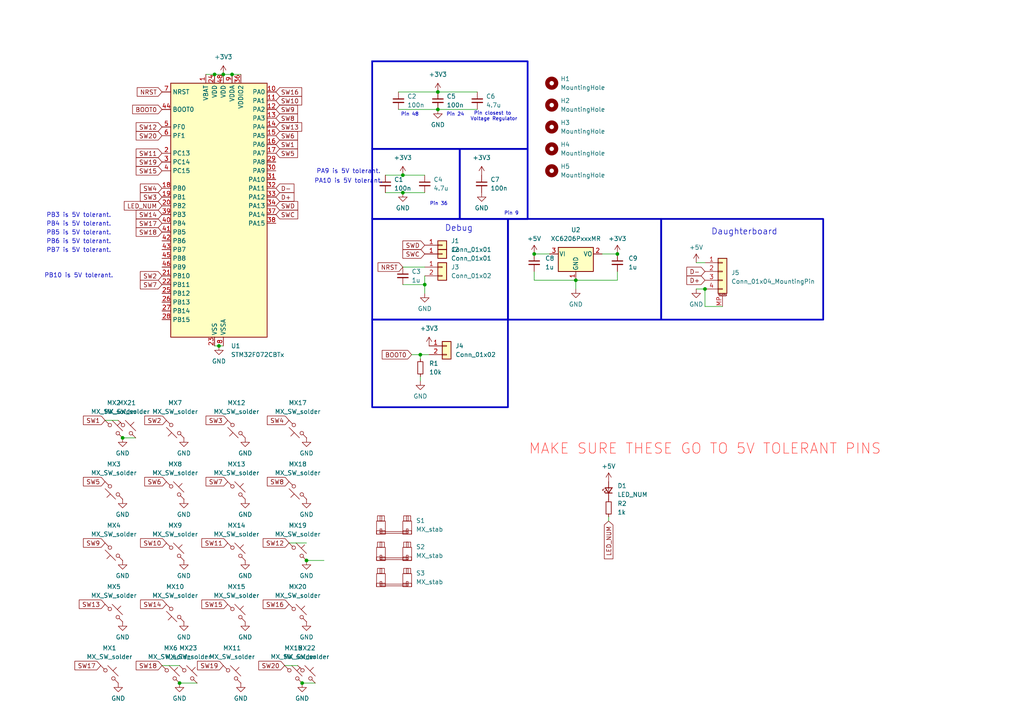
<source format=kicad_sch>
(kicad_sch (version 20231120) (generator "eeschema") (generator_version "8.0")
  (paper "A4")
  (lib_symbols
    (symbol "Connector_Generic:Conn_01x01" (pin_names (offset 1.016) hide)
      (property "Reference" "J" (at 0 2.54 0))
      (property "Value" "Conn_01x01" (at 0 -2.54 0))
      (symbol "Conn_01x01_1_1"
        (rectangle (start -1.27 0.127) (end 0 -0.127) (stroke (width 0.1524)))
        (rectangle (start -1.27 1.27) (end 1.27 -1.27) (stroke (width 0.254)) (fill (type background)))
        (pin passive line (at -5.08 0 0) (length 3.81) (name "Pin_1") (number "1"))
      )
    )
    (symbol "Connector_Generic:Conn_01x02" (pin_names (offset 1.016) hide)
      (property "Reference" "J" (at 0 2.54 0))
      (property "Value" "Conn_01x02" (at 0 -5.08 0))
      (symbol "Conn_01x02_1_1"
        (rectangle (start -1.27 -2.413) (end 0 -2.667) (stroke (width 0.1524)))
        (rectangle (start -1.27 0.127) (end 0 -0.127) (stroke (width 0.1524)))
        (rectangle (start -1.27 1.27) (end 1.27 -3.81) (stroke (width 0.254)) (fill (type background)))
        (pin passive line (at -5.08 0 0) (length 3.81) (name "Pin_1") (number "1"))
        (pin passive line (at -5.08 -2.54 0) (length 3.81) (name "Pin_2") (number "2"))
      )
    )
    (symbol "Connector_Generic_MountingPin:Conn_01x04_MountingPin" (pin_names (offset 1.016) hide)
      (property "Reference" "J" (at 0 5.08 0))
      (property "Value" "Conn_01x04_MountingPin" (at 1.27 -7.62 0))
      (symbol "Conn_01x04_MountingPin_1_1"
        (rectangle (start -1.27 -4.953) (end 0 -5.207) (stroke (width 0.1524)))
        (rectangle (start -1.27 -2.413) (end 0 -2.667) (stroke (width 0.1524)))
        (rectangle (start -1.27 0.127) (end 0 -0.127) (stroke (width 0.1524)))
        (rectangle (start -1.27 2.667) (end 0 2.413) (stroke (width 0.1524)))
        (rectangle (start -1.27 3.81) (end 1.27 -6.35) (stroke (width 0.254)) (fill (type background)))
        (polyline (pts (xy -1.016 -7.112) (xy 1.016 -7.112)) (stroke (width 0.1524)))
        (text "Mounting" (at 0 -6.731 0) (effects (font (size 0.381 0.381))))
        (pin passive line (at -5.08 2.54 0) (length 3.81) (name "Pin_1") (number "1"))
        (pin passive line (at -5.08 0 0) (length 3.81) (name "Pin_2") (number "2"))
        (pin passive line (at -5.08 -2.54 0) (length 3.81) (name "Pin_3") (number "3"))
        (pin passive line (at -5.08 -5.08 0) (length 3.81) (name "Pin_4") (number "4"))
        (pin passive line (at 0 -10.16 90) (length 3.048) (name "MountPin") (number "MP"))
      )
    )
    (symbol "Device:C_Small" (pin_numbers hide) (pin_names (offset 0.254) hide)
      (property "Reference" "C" (at 0.254 1.778 0))
      (property "Value" "C_Small" (at 0.254 -2.032 0))
      (symbol "C_Small_0_1"
        (polyline (pts (xy -1.524 -0.508) (xy 1.524 -0.508)) (stroke (width 0.3302)))
        (polyline (pts (xy -1.524 0.508) (xy 1.524 0.508)) (stroke (width 0.3048)))
      )
      (symbol "C_Small_1_1"
        (pin passive line (at 0 2.54 270) (length 2.032) (name "~") (number "1"))
        (pin passive line (at 0 -2.54 90) (length 2.032) (name "~") (number "2"))
      )
    )
    (symbol "Device:LED_Small" (pin_numbers hide) (pin_names (offset 0.254) hide)
      (property "Reference" "D" (at -1.27 3.175 0))
      (property "Value" "LED_Small" (at -4.445 -2.54 0))
      (symbol "LED_Small_0_1"
        (polyline (pts (xy -0.762 -1.016) (xy -0.762 1.016)) (stroke (width 0.254)))
        (polyline (pts (xy 1.016 0) (xy -0.762 0)))
        (polyline (pts (xy 0.762 -1.016) (xy -0.762 0) (xy 0.762 1.016) (xy 0.762 -1.016)) (stroke (width 0.254)))
        (polyline (pts (xy 0 0.762) (xy -0.508 1.27) (xy -0.254 1.27) (xy -0.508 1.27) (xy -0.508 1.016)))
        (polyline (pts (xy 0.508 1.27) (xy 0 1.778) (xy 0.254 1.778) (xy 0 1.778) (xy 0 1.524)))
      )
      (symbol "LED_Small_1_1"
        (pin passive line (at -2.54 0 0) (length 1.778) (name "K") (number "1"))
        (pin passive line (at 2.54 0 180) (length 1.778) (name "A") (number "2"))
      )
    )
    (symbol "Device:R_Small" (pin_numbers hide) (pin_names (offset 0.254) hide)
      (property "Reference" "R" (at 0.762 0.508 0))
      (property "Value" "R_Small" (at 0.762 -1.016 0))
      (symbol "R_Small_0_1"
        (rectangle (start -0.762 1.778) (end 0.762 -1.778) (stroke (width 0.2032)))
      )
      (symbol "R_Small_1_1"
        (pin passive line (at 0 2.54 270) (length 0.762) (name "~") (number "1"))
        (pin passive line (at 0 -2.54 90) (length 0.762) (name "~") (number "2"))
      )
    )
    (symbol "MCU_ST_STM32F0:STM32F072CBTx"
      (property "Reference" "U" (at -12.7 39.37 0))
      (property "Value" "STM32F072CBTx" (at 10.16 39.37 0))
      (symbol "STM32F072CBTx_0_1"
        (rectangle (start -12.7 -35.56) (end 15.24 38.1) (stroke (width 0.254)) (fill (type background)))
      )
      (symbol "STM32F072CBTx_1_1"
        (pin power_in line (at -2.54 40.64 270) (length 2.54) (name "VBAT") (number "1"))
        (pin bidirectional line (at 17.78 35.56 180) (length 2.54) (name "PA0") (number "10"))
        (pin bidirectional line (at 17.78 33.02 180) (length 2.54) (name "PA1") (number "11"))
        (pin bidirectional line (at 17.78 30.48 180) (length 2.54) (name "PA2") (number "12"))
        (pin bidirectional line (at 17.78 27.94 180) (length 2.54) (name "PA3") (number "13"))
        (pin bidirectional line (at 17.78 25.4 180) (length 2.54) (name "PA4") (number "14"))
        (pin bidirectional line (at 17.78 22.86 180) (length 2.54) (name "PA5") (number "15"))
        (pin bidirectional line (at 17.78 20.32 180) (length 2.54) (name "PA6") (number "16"))
        (pin bidirectional line (at 17.78 17.78 180) (length 2.54) (name "PA7") (number "17"))
        (pin bidirectional line (at -15.24 7.62 0) (length 2.54) (name "PB0") (number "18"))
        (pin bidirectional line (at -15.24 5.08 0) (length 2.54) (name "PB1") (number "19"))
        (pin bidirectional line (at -15.24 17.78 0) (length 2.54) (name "PC13") (number "2"))
        (pin bidirectional line (at -15.24 2.54 0) (length 2.54) (name "PB2") (number "20"))
        (pin bidirectional line (at -15.24 -17.78 0) (length 2.54) (name "PB10") (number "21"))
        (pin bidirectional line (at -15.24 -20.32 0) (length 2.54) (name "PB11") (number "22"))
        (pin power_in line (at 0 -38.1 90) (length 2.54) (name "VSS") (number "23"))
        (pin power_in line (at 0 40.64 270) (length 2.54) (name "VDD") (number "24"))
        (pin bidirectional line (at -15.24 -22.86 0) (length 2.54) (name "PB12") (number "25"))
        (pin bidirectional line (at -15.24 -25.4 0) (length 2.54) (name "PB13") (number "26"))
        (pin bidirectional line (at -15.24 -27.94 0) (length 2.54) (name "PB14") (number "27"))
        (pin bidirectional line (at -15.24 -30.48 0) (length 2.54) (name "PB15") (number "28"))
        (pin bidirectional line (at 17.78 15.24 180) (length 2.54) (name "PA8") (number "29"))
        (pin bidirectional line (at -15.24 15.24 0) (length 2.54) (name "PC14") (number "3"))
        (pin bidirectional line (at 17.78 12.7 180) (length 2.54) (name "PA9") (number "30"))
        (pin bidirectional line (at 17.78 10.16 180) (length 2.54) (name "PA10") (number "31"))
        (pin bidirectional line (at 17.78 7.62 180) (length 2.54) (name "PA11") (number "32"))
        (pin bidirectional line (at 17.78 5.08 180) (length 2.54) (name "PA12") (number "33"))
        (pin bidirectional line (at 17.78 2.54 180) (length 2.54) (name "PA13") (number "34"))
        (pin passive line (at 0 -38.1 90) (length 2.54) hide (name "VSS") (number "35"))
        (pin power_in line (at 7.62 40.64 270) (length 2.54) (name "VDDIO2") (number "36"))
        (pin bidirectional line (at 17.78 0 180) (length 2.54) (name "PA14") (number "37"))
        (pin bidirectional line (at 17.78 -2.54 180) (length 2.54) (name "PA15") (number "38"))
        (pin bidirectional line (at -15.24 0 0) (length 2.54) (name "PB3") (number "39"))
        (pin bidirectional line (at -15.24 12.7 0) (length 2.54) (name "PC15") (number "4"))
        (pin bidirectional line (at -15.24 -2.54 0) (length 2.54) (name "PB4") (number "40"))
        (pin bidirectional line (at -15.24 -5.08 0) (length 2.54) (name "PB5") (number "41"))
        (pin bidirectional line (at -15.24 -7.62 0) (length 2.54) (name "PB6") (number "42"))
        (pin bidirectional line (at -15.24 -10.16 0) (length 2.54) (name "PB7") (number "43"))
        (pin input line (at -15.24 30.48 0) (length 2.54) (name "BOOT0") (number "44"))
        (pin bidirectional line (at -15.24 -12.7 0) (length 2.54) (name "PB8") (number "45"))
        (pin bidirectional line (at -15.24 -15.24 0) (length 2.54) (name "PB9") (number "46"))
        (pin passive line (at 0 -38.1 90) (length 2.54) hide (name "VSS") (number "47"))
        (pin power_in line (at 2.54 40.64 270) (length 2.54) (name "VDD") (number "48"))
        (pin bidirectional line (at -15.24 25.4 0) (length 2.54) (name "PF0") (number "5"))
        (pin bidirectional line (at -15.24 22.86 0) (length 2.54) (name "PF1") (number "6"))
        (pin input line (at -15.24 35.56 0) (length 2.54) (name "NRST") (number "7"))
        (pin power_in line (at 2.54 -38.1 90) (length 2.54) (name "VSSA") (number "8"))
        (pin power_in line (at 5.08 40.64 270) (length 2.54) (name "VDDA") (number "9"))
      )
    )
    (symbol "Mechanical:MountingHole" (pin_names (offset 1.016)) (exclude_from_sim yes) (in_bom no)
      (property "Reference" "H" (at 0 5.08 0))
      (property "Value" "MountingHole" (at 0 3.175 0))
      (symbol "MountingHole_0_1"
        (circle (center 0 0) (radius 1.27) (stroke (width 1.27)))
      )
    )
    (symbol "PCM_marbastlib-mx:MX_SW_solder" (pin_numbers hide) (pin_names (offset 1.016) hide)
      (property "Reference" "MX" (at 3.048 1.016 0))
      (property "Value" "MX_SW_solder" (at 0 -3.81 0))
      (symbol "MX_SW_solder_0_1"
        (circle (center -1.1684 1.1684) (radius 0.508))
        (polyline (pts (xy -0.508 2.54) (xy 2.54 -0.508)))
        (polyline (pts (xy 1.016 1.016) (xy 2.032 2.032)))
        (polyline (pts (xy -2.54 2.54) (xy -1.524 1.524) (xy -1.524 1.524)))
        (polyline (pts (xy 1.524 -1.524) (xy 2.54 -2.54) (xy 2.54 -2.54) (xy 2.54 -2.54)))
        (circle (center 1.143 -1.1938) (radius 0.508))
        (pin passive line (at -2.54 2.54 0) (length 0) (name "1") (number "1"))
        (pin passive line (at 2.54 -2.54 180) (length 0) (name "2") (number "2"))
      )
    )
    (symbol "PCM_marbastlib-mx:MX_stab" (pin_names (offset 1.016))
      (property "Reference" "S" (at -5.08 6.35 0))
      (property "Value" "MX_stab" (at -5.08 3.81 0))
      (symbol "MX_stab_0_1"
        (rectangle (start -5.08 -1.524) (end -2.54 -2.54))
        (rectangle (start -5.08 1.27) (end -2.54 -2.54))
        (rectangle (start -4.826 2.794) (end -2.794 1.27))
        (rectangle (start -4.064 -2.286) (end -3.556 -1.016))
        (rectangle (start -4.064 -1.778) (end 4.064 -2.286))
        (rectangle (start -4.064 1.27) (end -3.556 2.794))
        (rectangle (start 2.54 -1.524) (end 5.08 -2.54))
        (rectangle (start 2.54 1.27) (end 5.08 -2.54))
        (rectangle (start 2.794 2.794) (end 4.826 1.27))
        (rectangle (start 3.556 1.27) (end 4.064 2.794))
        (rectangle (start 4.064 -2.286) (end 3.556 -1.016))
      )
    )
    (symbol "Regulator_Linear:XC6206PxxxMR" (pin_names (offset 0.254))
      (property "Reference" "U" (at -3.81 3.175 0))
      (property "Value" "XC6206PxxxMR" (at 0 3.175 0))
      (symbol "XC6206PxxxMR_0_1"
        (rectangle (start -5.08 1.905) (end 5.08 -5.08) (stroke (width 0.254)) (fill (type background)))
      )
      (symbol "XC6206PxxxMR_1_1"
        (pin power_in line (at 0 -7.62 90) (length 2.54) (name "GND") (number "1"))
        (pin power_out line (at 7.62 0 180) (length 2.54) (name "VO") (number "2"))
        (pin power_in line (at -7.62 0 0) (length 2.54) (name "VI") (number "3"))
      )
    )
    (symbol "power:+3V3" (power) (pin_names (offset 0))
      (property "Value" "+3V3" (at 0 3.556 0))
      (symbol "+3V3_0_1"
        (polyline (pts (xy -0.762 1.27) (xy 0 2.54)))
        (polyline (pts (xy 0 0) (xy 0 2.54)))
        (polyline (pts (xy 0 2.54) (xy 0.762 1.27)))
      )
      (symbol "+3V3_1_1"
        (pin power_in line (at 0 0 90) (length 0) hide (name "+3V3") (number "1"))
      )
    )
    (symbol "power:+5V" (power) (pin_names (offset 0))
      (property "Value" "+5V" (at 0 3.556 0))
      (symbol "+5V_0_1"
        (polyline (pts (xy -0.762 1.27) (xy 0 2.54)))
        (polyline (pts (xy 0 0) (xy 0 2.54)))
        (polyline (pts (xy 0 2.54) (xy 0.762 1.27)))
      )
      (symbol "+5V_1_1"
        (pin power_in line (at 0 0 90) (length 0) hide (name "+5V") (number "1"))
      )
    )
    (symbol "power:GND" (power) (pin_names (offset 0))
      (property "Value" "GND" (at 0 -3.81 0))
      (symbol "GND_0_1"
        (polyline (pts (xy 0 0) (xy 0 -1.27) (xy 1.27 -1.27) (xy 0 -2.54) (xy -1.27 -1.27) (xy 0 -1.27)))
      )
      (symbol "GND_1_1"
        (pin power_in line (at 0 0 270) (length 0) hide (name "GND") (number "1"))
      )
    )
  )
  (junction (at 63.5 100.33))
  (junction (at 116.84 50.8))
  (junction (at 127 26.67))
  (junction (at 204.47 83.82))
  (junction (at 179.07 73.66))
  (junction (at 88.9 162.56))
  (junction (at 87.63 198.12))
  (junction (at 121.92 102.87))
  (junction (at 62.23 21.59))
  (junction (at 123.19 82.55))
  (junction (at 52.07 198.12))
  (junction (at 67.31 21.59))
  (junction (at 116.84 55.88))
  (junction (at 35.56 127))
  (junction (at 167.005 81.28))
  (junction (at 64.77 21.59))
  (junction (at 154.94 73.66))
  (junction (at 127 31.75))
  (wire (pts (xy 127 31.75) (xy 138.43 31.75)))
  (wire (pts (xy 83.82 157.48) (xy 88.9 157.48)))
  (wire (pts (xy 179.07 81.28) (xy 167.005 81.28)))
  (wire (pts (xy 204.47 88.9) (xy 209.55 88.9)))
  (wire (pts (xy 179.07 78.74) (xy 179.07 81.28)))
  (wire (pts (xy 167.005 81.28) (xy 167.005 83.82)))
  (wire (pts (xy 116.84 77.47) (xy 123.19 77.47)))
  (wire (pts (xy 119.38 102.87) (xy 121.92 102.87)))
  (wire (pts (xy 154.94 73.66) (xy 159.385 73.66)))
  (wire (pts (xy 63.5 100.33) (xy 64.77 100.33)))
  (wire (pts (xy 59.69 21.59) (xy 62.23 21.59)))
  (wire (pts (xy 87.63 198.12) (xy 91.44 198.12)))
  (wire (pts (xy 62.23 21.59) (xy 64.77 21.59)))
  (wire (pts (xy 176.53 149.86) (xy 176.53 151.13)))
  (wire (pts (xy 62.23 100.33) (xy 63.5 100.33)))
  (wire (pts (xy 116.84 50.8) (xy 123.19 50.8)))
  (wire (pts (xy 30.48 121.92) (xy 34.29 121.92)))
  (wire (pts (xy 127 26.67) (xy 138.43 26.67)))
  (wire (pts (xy 64.77 21.59) (xy 67.31 21.59)))
  (wire (pts (xy 115.57 31.75) (xy 127 31.75)))
  (wire (pts (xy 116.84 55.88) (xy 123.19 55.88)))
  (wire (pts (xy 121.92 104.14) (xy 121.92 102.87)))
  (wire (pts (xy 123.19 80.01) (xy 123.19 82.55)))
  (wire (pts (xy 111.76 50.8) (xy 116.84 50.8)))
  (wire (pts (xy 88.9 162.56) (xy 93.98 162.56)))
  (wire (pts (xy 174.625 73.66) (xy 179.07 73.66)))
  (wire (pts (xy 123.19 82.55) (xy 123.19 85.09)))
  (wire (pts (xy 67.31 21.59) (xy 69.85 21.59)))
  (wire (pts (xy 82.55 193.04) (xy 86.36 193.04)))
  (wire (pts (xy 35.56 127) (xy 39.37 127)))
  (wire (pts (xy 201.93 83.82) (xy 204.47 83.82)))
  (wire (pts (xy 52.07 198.12) (xy 57.15 198.12)))
  (wire (pts (xy 201.93 76.2) (xy 204.47 76.2)))
  (wire (pts (xy 115.57 26.67) (xy 127 26.67)))
  (wire (pts (xy 121.92 102.87) (xy 124.46 102.87)))
  (wire (pts (xy 154.94 81.28) (xy 167.005 81.28)))
  (wire (pts (xy 111.76 55.88) (xy 116.84 55.88)))
  (wire (pts (xy 121.92 109.22) (xy 121.92 110.49)))
  (wire (pts (xy 154.94 78.74) (xy 154.94 81.28)))
  (wire (pts (xy 46.99 193.04) (xy 52.07 193.04)))
  (wire (pts (xy 204.47 83.82) (xy 204.47 88.9)))
  (wire (pts (xy 116.84 82.55) (xy 123.19 82.55)))
  (rectangle (start 107.95 63.5) (end 147.32 92.71) (stroke (width 0.5)))
  (rectangle (start 191.77 63.5) (end 238.76 92.71) (stroke (width 0.5)))
  (rectangle (start 107.95 92.71) (end 147.32 118.11) (stroke (width 0.5)))
  (rectangle (start 133.35 43.18) (end 153.035 63.5) (stroke (width 0.5)))
  (rectangle (start 107.95 17.78) (end 153.035 43.18) (stroke (width 0.5)))
  (rectangle (start 147.32 63.5) (end 191.77 92.71) (stroke (width 0.5)))
  (rectangle (start 107.95 43.18) (end 133.35 63.5) (stroke (width 0.5)))
  (text "PA10 is 5V tolerant." (at 101.092 52.578 0) (effects (font (size 1.27 1.27))))
  (text "MAKE SURE THESE GO TO 5V TOLERANT PINS" (at 204.47 130.302 0) (effects (font (size 3 3))))
  (text "PB10 is 5V tolerant." (at 22.86 80.01 0) (effects (font (size 1.27 1.27))))
  (text "Pin 24" (at 132.08 33.274 0) (effects (font (size 1 1))))
  (text "PB6 is 5V tolerant." (at 22.86 70.104 0) (effects (font (size 1.27 1.27))))
  (text "Debug" (at 133.096 66.294 0) (effects (font (size 1.75 1.75))))
  (text "Pin 48" (at 118.872 33.274 0) (effects (font (size 1 1))))
  (text "Pin 36" (at 127.254 59.182 0) (effects (font (size 1 1))))
  (text "PB5 is 5V tolerant." (at 22.86 67.564 0) (effects (font (size 1.27 1.27))))
  (text "PB3 is 5V tolerant." (at 22.86 62.484 0) (effects (font (size 1.27 1.27))))
  (text "Pin 9" (at 148.336 61.976 0) (effects (font (size 1 1))))
  (text "Daughterboard" (at 215.9 67.31 0) (effects (font (size 1.75 1.75))))
  (text "Pin closest to \nVoltage Regulator" (at 143.256 33.782 0) (effects (font (size 1 1))))
  (text "PB4 is 5V tolerant." (at 22.86 65.024 0) (effects (font (size 1.27 1.27))))
  (text "PB7 is 5V tolerant." (at 22.86 72.644 0) (effects (font (size 1.27 1.27))))
  (text "PA9 is 5V tolerant." (at 101.092 49.784 0) (effects (font (size 1.27 1.27))))
  (global_label "NRST" (shape input) (at 116.84 77.47 180) (property "Intersheetrefs" "${INTERSHEET_REFS}" (effects (hide yes))))
  (global_label "SW6" (shape input) (at 80.01 39.37 0) (property "Intersheetrefs" "${INTERSHEET_REFS}" (effects (hide yes))))
  (global_label "SW15" (shape input) (at 66.04 175.26 180) (property "Intersheetrefs" "${INTERSHEET_REFS}" (effects (hide yes))))
  (global_label "SW4" (shape input) (at 83.82 121.92 180) (property "Intersheetrefs" "${INTERSHEET_REFS}" (effects (hide yes))))
  (global_label "SW6" (shape input) (at 48.26 139.7 180) (property "Intersheetrefs" "${INTERSHEET_REFS}" (effects (hide yes))))
  (global_label "LED_NUM" (shape input) (at 176.53 151.13 270) (property "Intersheetrefs" "${INTERSHEET_REFS}" (effects (hide yes))))
  (global_label "SW8" (shape input) (at 83.82 139.7 180) (property "Intersheetrefs" "${INTERSHEET_REFS}" (effects (hide yes))))
  (global_label "SW9" (shape input) (at 80.01 31.75 0) (property "Intersheetrefs" "${INTERSHEET_REFS}" (effects (hide yes))))
  (global_label "SW17" (shape input) (at 29.21 193.04 180) (property "Intersheetrefs" "${INTERSHEET_REFS}" (effects (hide yes))))
  (global_label "BOOT0" (shape input) (at 46.99 31.75 180) (property "Intersheetrefs" "${INTERSHEET_REFS}" (effects (hide yes))))
  (global_label "SW2" (shape input) (at 46.99 80.01 180) (property "Intersheetrefs" "${INTERSHEET_REFS}" (effects (hide yes))))
  (global_label "SW10" (shape input) (at 80.01 29.21 0) (property "Intersheetrefs" "${INTERSHEET_REFS}" (effects (hide yes))))
  (global_label "LED_NUM" (shape input) (at 46.99 59.69 180) (property "Intersheetrefs" "${INTERSHEET_REFS}" (effects (hide yes))))
  (global_label "SW13" (shape input) (at 80.01 36.83 0) (property "Intersheetrefs" "${INTERSHEET_REFS}" (effects (hide yes))))
  (global_label "SW1" (shape input) (at 30.48 121.92 180) (property "Intersheetrefs" "${INTERSHEET_REFS}" (effects (hide yes))))
  (global_label "SW16" (shape input) (at 83.82 175.26 180) (property "Intersheetrefs" "${INTERSHEET_REFS}" (effects (hide yes))))
  (global_label "SW15" (shape input) (at 46.99 49.53 180) (property "Intersheetrefs" "${INTERSHEET_REFS}" (effects (hide yes))))
  (global_label "SW5" (shape input) (at 80.01 44.45 0) (property "Intersheetrefs" "${INTERSHEET_REFS}" (effects (hide yes))))
  (global_label "SWC" (shape input) (at 123.19 73.66 180) (property "Intersheetrefs" "${INTERSHEET_REFS}" (effects (hide yes))))
  (global_label "SW9" (shape input) (at 30.48 157.48 180) (property "Intersheetrefs" "${INTERSHEET_REFS}" (effects (hide yes))))
  (global_label "SW2" (shape input) (at 48.26 121.92 180) (property "Intersheetrefs" "${INTERSHEET_REFS}" (effects (hide yes))))
  (global_label "SW13" (shape input) (at 30.48 175.26 180) (property "Intersheetrefs" "${INTERSHEET_REFS}" (effects (hide yes))))
  (global_label "SW16" (shape input) (at 80.01 26.67 0) (property "Intersheetrefs" "${INTERSHEET_REFS}" (effects (hide yes))))
  (global_label "SW7" (shape input) (at 46.99 82.55 180) (property "Intersheetrefs" "${INTERSHEET_REFS}" (effects (hide yes))))
  (global_label "SW18" (shape input) (at 46.99 67.31 180) (property "Intersheetrefs" "${INTERSHEET_REFS}" (effects (hide yes))))
  (global_label "SWD" (shape input) (at 123.19 71.12 180) (property "Intersheetrefs" "${INTERSHEET_REFS}" (effects (hide yes))))
  (global_label "D-" (shape input) (at 80.01 54.61 0) (property "Intersheetrefs" "${INTERSHEET_REFS}" (effects (hide yes))))
  (global_label "SW4" (shape input) (at 46.99 54.61 180) (property "Intersheetrefs" "${INTERSHEET_REFS}" (effects (hide yes))))
  (global_label "SW12" (shape input) (at 46.99 36.83 180) (property "Intersheetrefs" "${INTERSHEET_REFS}" (effects (hide yes))))
  (global_label "SWC" (shape input) (at 80.01 62.23 0) (property "Intersheetrefs" "${INTERSHEET_REFS}" (effects (hide yes))))
  (global_label "SW14" (shape input) (at 46.99 62.23 180) (property "Intersheetrefs" "${INTERSHEET_REFS}" (effects (hide yes))))
  (global_label "SWD" (shape input) (at 80.01 59.69 0) (property "Intersheetrefs" "${INTERSHEET_REFS}" (effects (hide yes))))
  (global_label "SW7" (shape input) (at 66.04 139.7 180) (property "Intersheetrefs" "${INTERSHEET_REFS}" (effects (hide yes))))
  (global_label "SW10" (shape input) (at 48.26 157.48 180) (property "Intersheetrefs" "${INTERSHEET_REFS}" (effects (hide yes))))
  (global_label "SW5" (shape input) (at 30.48 139.7 180) (property "Intersheetrefs" "${INTERSHEET_REFS}" (effects (hide yes))))
  (global_label "SW1" (shape input) (at 80.01 41.91 0) (property "Intersheetrefs" "${INTERSHEET_REFS}" (effects (hide yes))))
  (global_label "SW8" (shape input) (at 80.01 34.29 0) (property "Intersheetrefs" "${INTERSHEET_REFS}" (effects (hide yes))))
  (global_label "SW20" (shape input) (at 46.99 39.37 180) (property "Intersheetrefs" "${INTERSHEET_REFS}" (effects (hide yes))))
  (global_label "BOOT0" (shape input) (at 119.38 102.87 180) (property "Intersheetrefs" "${INTERSHEET_REFS}" (effects (hide yes))))
  (global_label "SW19" (shape input) (at 46.99 46.99 180) (property "Intersheetrefs" "${INTERSHEET_REFS}" (effects (hide yes))))
  (global_label "SW3" (shape input) (at 46.99 57.15 180) (property "Intersheetrefs" "${INTERSHEET_REFS}" (effects (hide yes))))
  (global_label "D+" (shape input) (at 80.01 57.15 0) (property "Intersheetrefs" "${INTERSHEET_REFS}" (effects (hide yes))))
  (global_label "SW14" (shape input) (at 48.26 175.26 180) (property "Intersheetrefs" "${INTERSHEET_REFS}" (effects (hide yes))))
  (global_label "SW3" (shape input) (at 66.04 121.92 180) (property "Intersheetrefs" "${INTERSHEET_REFS}" (effects (hide yes))))
  (global_label "NRST" (shape input) (at 46.99 26.67 180) (property "Intersheetrefs" "${INTERSHEET_REFS}" (effects (hide yes))))
  (global_label "SW18" (shape input) (at 46.99 193.04 180) (property "Intersheetrefs" "${INTERSHEET_REFS}" (effects (hide yes))))
  (global_label "SW12" (shape input) (at 83.82 157.48 180) (property "Intersheetrefs" "${INTERSHEET_REFS}" (effects (hide yes))))
  (global_label "SW11" (shape input) (at 46.99 44.45 180) (property "Intersheetrefs" "${INTERSHEET_REFS}" (effects (hide yes))))
  (global_label "SW19" (shape input) (at 64.77 193.04 180) (property "Intersheetrefs" "${INTERSHEET_REFS}" (effects (hide yes))))
  (global_label "D-" (shape input) (at 204.47 78.74 180) (property "Intersheetrefs" "${INTERSHEET_REFS}" (effects (hide yes))))
  (global_label "SW11" (shape input) (at 66.04 157.48 180) (property "Intersheetrefs" "${INTERSHEET_REFS}" (effects (hide yes))))
  (global_label "SW17" (shape input) (at 46.99 64.77 180) (property "Intersheetrefs" "${INTERSHEET_REFS}" (effects (hide yes))))
  (global_label "SW20" (shape input) (at 82.55 193.04 180) (property "Intersheetrefs" "${INTERSHEET_REFS}" (effects (hide yes))))
  (global_label "D+" (shape input) (at 204.47 81.28 180) (property "Intersheetrefs" "${INTERSHEET_REFS}" (effects (hide yes))))
  (symbol (lib_id "power:GND") (at 34.29 198.12 0) (unit 1)
    (property "Reference" "#PWR01" (effects (hide yes)))
    (property "Value" "GND" (at 34.29 202.565 0))
  )
  (symbol (lib_id "power:+5V") (at 154.94 73.66 0) (unit 1)
    (property "Reference" "#PWR032" (effects (hide yes)))
    (property "Value" "+5V" (at 154.94 69.215 0))
  )
  (symbol (lib_id "Connector_Generic:Conn_01x02") (at 128.27 77.47 0) (unit 1)
    (property "Reference" "J3" (at 130.81 77.4699 0) (effects (justify left)))
    (property "Value" "Conn_01x02" (at 130.81 80.0099 0) (effects (justify left)))
    (property "Footprint" "mx-unsaver:PinHeader_1x02_P2.54mm_BOOT" (effects (hide yes)))
    (property "Description" "Generic connector, single row, 01x02, script generated (kicad-library-utils/schlib/autogen/connector/)" (effects (hide yes)))
  )
  (symbol (lib_id "PCM_marbastlib-mx:MX_SW_solder") (at 50.8 124.46 180) (unit 1)
    (property "Reference" "MX7" (at 50.8 116.84 0))
    (property "Value" "MX_SW_solder" (at 50.8 119.38 0))
    (property "Footprint" "mx-unsaver:SW_MX_1u_PCBMount" (effects (hide yes)))
    (property "Description" "Push button switch, normally open, two pins, 45° tilted" (effects (hide yes)))
  )
  (symbol (lib_id "power:GND") (at 88.9 180.34 0) (unit 1)
    (property "Reference" "#PWR022" (effects (hide yes)))
    (property "Value" "GND" (at 88.9 184.785 0))
  )
  (symbol (lib_id "PCM_marbastlib-mx:MX_SW_solder") (at 33.02 142.24 180) (unit 1)
    (property "Reference" "MX3" (at 33.02 134.62 0))
    (property "Value" "MX_SW_solder" (at 33.02 137.16 0))
    (property "Footprint" "mx-unsaver:SW_MX_1u_PCBMount" (effects (hide yes)))
    (property "Description" "Push button switch, normally open, two pins, 45° tilted" (effects (hide yes)))
  )
  (symbol (lib_id "power:GND") (at 71.12 162.56 0) (unit 1)
    (property "Reference" "#PWR016" (effects (hide yes)))
    (property "Value" "GND" (at 71.12 167.005 0))
  )
  (symbol (lib_id "power:GND") (at 88.9 162.56 0) (unit 1)
    (property "Reference" "#PWR021" (effects (hide yes)))
    (property "Value" "GND" (at 88.9 167.005 0))
  )
  (symbol (lib_id "Connector_Generic:Conn_01x01") (at 128.27 71.12 0) (unit 1)
    (property "Reference" "J1" (at 130.81 69.8499 0) (effects (justify left)))
    (property "Value" "Conn_01x01" (at 130.81 72.3899 0) (effects (justify left)))
    (property "Footprint" "mx-unsaver:PinHeader_1x01_P2.54mm" (effects (hide yes)))
    (property "Description" "Generic connector, single row, 01x01, script generated (kicad-library-utils/schlib/autogen/connector/)" (effects (hide yes)))
  )
  (symbol (lib_id "Device:C_Small") (at 111.76 53.34 0) (unit 1)
    (property "Reference" "C1" (at 114.3 52.0763 0) (effects (justify left)))
    (property "Value" "100n" (at 114.3 54.6163 0) (effects (justify left)))
    (property "Footprint" "Capacitor_SMD:C_0603_1608Metric" (effects (hide yes)))
    (property "Digikey" "311-1088-1-ND" (effects (hide yes)))
  )
  (symbol (lib_id "Device:C_Small") (at 154.94 76.2 0) (unit 1)
    (property "Reference" "C8" (at 158.115 74.9363 0) (effects (justify left)))
    (property "Value" "1u" (at 158.115 77.4763 0) (effects (justify left)))
    (property "Footprint" "Capacitor_SMD:C_0805_2012Metric" (effects (hide yes)))
    (property "Digikey" "1276-1029-1-ND" (effects (hide yes)))
  )
  (symbol (lib_id "PCM_marbastlib-mx:MX_SW_solder") (at 33.02 177.8 0) (unit 1)
    (property "Reference" "MX5" (at 33.02 170.18 0))
    (property "Value" "MX_SW_solder" (at 33.02 172.72 0))
    (property "Footprint" "mx-unsaver:SW_MX_1u_PCBMount" (effects (hide yes)))
    (property "Description" "Push button switch, normally open, two pins, 45° tilted" (effects (hide yes)))
  )
  (symbol (lib_id "power:GND") (at 127 31.75 0) (unit 1)
    (property "Reference" "#PWR029" (effects (hide yes)))
    (property "Value" "GND" (at 127 36.195 0))
  )
  (symbol (lib_id "power:GND") (at 88.9 144.78 0) (unit 1)
    (property "Reference" "#PWR020" (effects (hide yes)))
    (property "Value" "GND" (at 88.9 149.225 0))
  )
  (symbol (lib_id "power:GND") (at 201.93 83.82 0) (unit 1)
    (property "Reference" "#PWR037" (effects (hide yes)))
    (property "Value" "GND" (at 201.93 88.265 0))
  )
  (symbol (lib_id "PCM_marbastlib-mx:MX_SW_solder") (at 68.58 124.46 180) (unit 1)
    (property "Reference" "MX12" (at 68.58 116.84 0))
    (property "Value" "MX_SW_solder" (at 68.58 119.38 0))
    (property "Footprint" "mx-unsaver:SW_MX_1u_PCBMount" (effects (hide yes)))
    (property "Description" "Push button switch, normally open, two pins, 45° tilted" (effects (hide yes)))
  )
  (symbol (lib_id "PCM_marbastlib-mx:MX_SW_solder") (at 67.31 195.58 0) (unit 1)
    (property "Reference" "MX11" (at 67.31 187.96 0))
    (property "Value" "MX_SW_solder" (at 67.31 190.5 0))
    (property "Footprint" "mx-unsaver:SW_MX_1u_PCBMount" (effects (hide yes)))
    (property "Description" "Push button switch, normally open, two pins, 45° tilted" (effects (hide yes)))
  )
  (symbol (lib_id "PCM_marbastlib-mx:MX_SW_solder") (at 85.09 195.58 0) (unit 1)
    (property "Reference" "MX16" (at 85.09 187.96 0))
    (property "Value" "MX_SW_solder" (at 85.09 190.5 0))
    (property "Footprint" "mx-unsaver:SW_MX_1u_PCBMount" (effects (hide yes)))
    (property "Description" "Push button switch, normally open, two pins, 45° tilted" (effects (hide yes)))
  )
  (symbol (lib_id "power:GND") (at 53.34 162.56 0) (unit 1)
    (property "Reference" "#PWR09" (effects (hide yes)))
    (property "Value" "GND" (at 53.34 167.005 0))
  )
  (symbol (lib_id "power:GND") (at 35.56 180.34 0) (unit 1)
    (property "Reference" "#PWR05" (effects (hide yes)))
    (property "Value" "GND" (at 35.56 184.785 0))
  )
  (symbol (lib_id "Device:C_Small") (at 115.57 29.21 0) (unit 1)
    (property "Reference" "C2" (at 118.11 27.9463 0) (effects (justify left)))
    (property "Value" "100n" (at 118.11 30.4863 0) (effects (justify left)))
    (property "Footprint" "Capacitor_SMD:C_0603_1608Metric" (effects (hide yes)))
    (property "Digikey" "311-1088-1-ND" (effects (hide yes)))
  )
  (symbol (lib_id "power:GND") (at 88.9 127 0) (unit 1)
    (property "Reference" "#PWR019" (effects (hide yes)))
    (property "Value" "GND" (at 88.9 131.445 0))
  )
  (symbol (lib_id "power:+5V") (at 201.93 76.2 0) (unit 1)
    (property "Reference" "#PWR036" (effects (hide yes)))
    (property "Value" "+5V" (at 201.93 71.755 0))
  )
  (symbol (lib_id "power:+3V3") (at 127 26.67 0) (unit 1)
    (property "Reference" "#PWR028" (effects (hide yes)))
    (property "Value" "+3V3" (at 127 21.59 0))
  )
  (symbol (lib_id "PCM_marbastlib-mx:MX_SW_solder") (at 31.75 195.58 0) (unit 1)
    (property "Reference" "MX1" (at 31.75 187.96 0))
    (property "Value" "MX_SW_solder" (at 31.75 190.5 0))
    (property "Footprint" "mx-unsaver:SW_MX_1u_PCBMount" (effects (hide yes)))
    (property "Description" "Push button switch, normally open, two pins, 45° tilted" (effects (hide yes)))
  )
  (symbol (lib_id "PCM_marbastlib-mx:MX_SW_solder") (at 86.36 177.8 0) (unit 1)
    (property "Reference" "MX20" (at 86.36 170.18 0))
    (property "Value" "MX_SW_solder" (at 86.36 172.72 0))
    (property "Footprint" "mx-unsaver:SW_MX_1u_PCBMount" (effects (hide yes)))
    (property "Description" "Push button switch, normally open, two pins, 45° tilted" (effects (hide yes)))
  )
  (symbol (lib_id "power:GND") (at 53.34 127 0) (unit 1)
    (property "Reference" "#PWR07" (effects (hide yes)))
    (property "Value" "GND" (at 53.34 131.445 0))
  )
  (symbol (lib_id "power:+3V3") (at 179.07 73.66 0) (unit 1)
    (property "Reference" "#PWR035" (effects (hide yes)))
    (property "Value" "+3V3" (at 179.07 69.215 0))
  )
  (symbol (lib_id "Connector_Generic:Conn_01x01") (at 128.27 73.66 0) (unit 1)
    (property "Reference" "J2" (at 130.81 72.3899 0) (effects (justify left)))
    (property "Value" "Conn_01x01" (at 130.81 74.9299 0) (effects (justify left)))
    (property "Footprint" "mx-unsaver:PinHeader_1x01_P2.54mm" (effects (hide yes)))
    (property "Description" "Generic connector, single row, 01x01, script generated (kicad-library-utils/schlib/autogen/connector/)" (effects (hide yes)))
  )
  (symbol (lib_id "PCM_marbastlib-mx:MX_SW_solder") (at 50.8 160.02 0) (unit 1)
    (property "Reference" "MX9" (at 50.8 152.4 0))
    (property "Value" "MX_SW_solder" (at 50.8 154.94 0))
    (property "Footprint" "mx-unsaver:SW_MX_1u_PCBMount" (effects (hide yes)))
    (property "Description" "Push button switch, normally open, two pins, 45° tilted" (effects (hide yes)))
  )
  (symbol (lib_id "power:GND") (at 123.19 85.09 0) (unit 1)
    (property "Reference" "#PWR026" (effects (hide yes)))
    (property "Value" "GND" (at 123.19 89.535 0))
  )
  (symbol (lib_id "Mechanical:MountingHole") (at 160.02 43.18 0) (unit 1) (exclude_from_sim yes) (in_bom no)
    (property "Reference" "H4" (at 162.56 41.9099 0) (effects (justify left)))
    (property "Value" "MountingHole" (at 162.56 44.4499 0) (effects (justify left)))
    (property "Footprint" "MountingHole:MountingHole_2.7mm_M2.5" (effects (hide yes)))
    (property "Description" "Mounting Hole without connection" (effects (hide yes)))
  )
  (symbol (lib_id "PCM_marbastlib-mx:MX_SW_solder") (at 33.02 160.02 180) (unit 1)
    (property "Reference" "MX4" (at 33.02 152.4 0))
    (property "Value" "MX_SW_solder" (at 33.02 154.94 0))
    (property "Footprint" "mx-unsaver:SW_MX_1u_PCBMount" (effects (hide yes)))
    (property "Description" "Push button switch, normally open, two pins, 45° tilted" (effects (hide yes)))
  )
  (symbol (lib_id "PCM_marbastlib-mx:MX_SW_solder") (at 54.61 195.58 0) (unit 1)
    (property "Reference" "MX23" (at 54.61 187.96 0))
    (property "Value" "MX_SW_solder" (at 54.61 190.5 0))
    (property "Footprint" "mx-unsaver:SW_MX_1u_PCBMount" (effects (hide yes)))
    (property "Description" "Push button switch, normally open, two pins, 45° tilted" (effects (hide yes)))
  )
  (symbol (lib_id "power:GND") (at 35.56 144.78 0) (unit 1)
    (property "Reference" "#PWR03" (effects (hide yes)))
    (property "Value" "GND" (at 35.56 149.225 0))
  )
  (symbol (lib_id "Device:C_Small") (at 138.43 29.21 0) (unit 1)
    (property "Reference" "C6" (at 140.97 27.9462 0) (effects (justify left)))
    (property "Value" "4.7u" (at 140.97 30.4862 0) (effects (justify left)))
    (property "Footprint" "Capacitor_SMD:C_0603_1608Metric" (effects (hide yes)))
    (property "Description" "Unpolarized capacitor, small symbol" (effects (hide yes)))
    (property "Digikey" "1276-1784-1-ND" (effects (hide yes)))
  )
  (symbol (lib_id "power:GND") (at 53.34 180.34 0) (unit 1)
    (property "Reference" "#PWR010" (effects (hide yes)))
    (property "Value" "GND" (at 53.34 184.785 0))
  )
  (symbol (lib_id "power:+5V") (at 176.53 139.7 0) (unit 1)
    (property "Reference" "#PWR034" (effects (hide yes)))
    (property "Value" "+5V" (at 176.53 135.255 0))
  )
  (symbol (lib_id "Device:C_Small") (at 139.7 53.34 0) (unit 1)
    (property "Reference" "C7" (at 142.24 52.0763 0) (effects (justify left)))
    (property "Value" "100n" (at 142.24 54.6163 0) (effects (justify left)))
    (property "Footprint" "Capacitor_SMD:C_0603_1608Metric" (effects (hide yes)))
    (property "Digikey" "311-1088-1-ND" (effects (hide yes)))
  )
  (symbol (lib_id "power:GND") (at 69.85 198.12 0) (unit 1)
    (property "Reference" "#PWR013" (effects (hide yes)))
    (property "Value" "GND" (at 69.85 202.565 0))
  )
  (symbol (lib_id "Connector_Generic:Conn_01x02") (at 129.54 100.33 0) (unit 1)
    (property "Reference" "J4" (at 132.08 100.3299 0) (effects (justify left)))
    (property "Value" "Conn_01x02" (at 132.08 102.8699 0) (effects (justify left)))
    (property "Footprint" "mx-unsaver:PinHeader_1x02_P2.54mm_BOOT" (effects (hide yes)))
    (property "Description" "Generic connector, single row, 01x02, script generated (kicad-library-utils/schlib/autogen/connector/)" (effects (hide yes)))
  )
  (symbol (lib_id "Mechanical:MountingHole") (at 160.02 24.13 0) (unit 1) (exclude_from_sim yes) (in_bom no)
    (property "Reference" "H1" (at 162.56 22.8599 0) (effects (justify left)))
    (property "Value" "MountingHole" (at 162.56 25.3999 0) (effects (justify left)))
    (property "Footprint" "MountingHole:MountingHole_2.7mm_M2.5" (effects (hide yes)))
    (property "Description" "Mounting Hole without connection" (effects (hide yes)))
  )
  (symbol (lib_id "power:GND") (at 71.12 180.34 0) (unit 1)
    (property "Reference" "#PWR017" (effects (hide yes)))
    (property "Value" "GND" (at 71.12 184.785 0))
  )
  (symbol (lib_id "PCM_marbastlib-mx:MX_stab") (at 114.3 152.4 0) (unit 1)
    (property "Reference" "S1" (at 120.65 151.0029 0) (effects (justify left)))
    (property "Value" "MX_stab" (at 120.65 153.5429 0) (effects (justify left)))
    (property "Footprint" "mx-unsaver:STAB_MX_2u_FixedDistance" (effects (hide yes)))
    (property "Description" "Cherry MX-style stabilizer" (effects (hide yes)))
  )
  (symbol (lib_id "power:GND") (at 52.07 198.12 0) (unit 1)
    (property "Reference" "#PWR06" (effects (hide yes)))
    (property "Value" "GND" (at 52.07 202.565 0))
  )
  (symbol (lib_id "power:GND") (at 53.34 144.78 0) (unit 1)
    (property "Reference" "#PWR08" (effects (hide yes)))
    (property "Value" "GND" (at 53.34 149.225 0))
  )
  (symbol (lib_id "Mechanical:MountingHole") (at 160.02 49.53 0) (unit 1) (exclude_from_sim yes) (in_bom no)
    (property "Reference" "H5" (at 162.56 48.2599 0) (effects (justify left)))
    (property "Value" "MountingHole" (at 162.56 50.7999 0) (effects (justify left)))
    (property "Footprint" "mx-unsaver:HOLE_BackSpace_Slots" (effects (hide yes)))
    (property "Description" "Mounting Hole without connection" (effects (hide yes)))
  )
  (symbol (lib_id "PCM_marbastlib-mx:MX_SW_solder") (at 50.8 177.8 180) (unit 1)
    (property "Reference" "MX10" (at 50.8 170.18 0))
    (property "Value" "MX_SW_solder" (at 50.8 172.72 0))
    (property "Footprint" "mx-unsaver:SW_MX_1u_PCBMount" (effects (hide yes)))
    (property "Description" "Push button switch, normally open, two pins, 45° tilted" (effects (hide yes)))
  )
  (symbol (lib_id "PCM_marbastlib-mx:MX_stab") (at 114.3 167.64 0) (unit 1)
    (property "Reference" "S3" (at 120.65 166.2429 0) (effects (justify left)))
    (property "Value" "MX_stab" (at 120.65 168.7829 0) (effects (justify left)))
    (property "Footprint" "mx-unsaver:STAB_MX_2u_FixedDistance" (effects (hide yes)))
    (property "Description" "Cherry MX-style stabilizer" (effects (hide yes)))
  )
  (symbol (lib_id "PCM_marbastlib-mx:MX_SW_solder") (at 68.58 142.24 0) (unit 1)
    (property "Reference" "MX13" (at 68.58 134.62 0))
    (property "Value" "MX_SW_solder" (at 68.58 137.16 0))
    (property "Footprint" "mx-unsaver:SW_MX_1u_PCBMount" (effects (hide yes)))
    (property "Description" "Push button switch, normally open, two pins, 45° tilted" (effects (hide yes)))
  )
  (symbol (lib_id "PCM_marbastlib-mx:MX_SW_solder") (at 68.58 160.02 0) (unit 1)
    (property "Reference" "MX14" (at 68.58 152.4 0))
    (property "Value" "MX_SW_solder" (at 68.58 154.94 0))
    (property "Footprint" "mx-unsaver:SW_MX_1u_PCBMount" (effects (hide yes)))
    (property "Description" "Push button switch, normally open, two pins, 45° tilted" (effects (hide yes)))
  )
  (symbol (lib_id "power:GND") (at 71.12 144.78 0) (unit 1)
    (property "Reference" "#PWR015" (effects (hide yes)))
    (property "Value" "GND" (at 71.12 149.225 0))
  )
  (symbol (lib_id "PCM_marbastlib-mx:MX_SW_solder") (at 36.83 124.46 0) (unit 1)
    (property "Reference" "MX21" (at 36.83 116.84 0))
    (property "Value" "MX_SW_solder" (at 36.83 119.38 0))
    (property "Footprint" "mx-unsaver:SW_MX_1u_3pin" (effects (hide yes)))
    (property "Description" "Push button switch, normally open, two pins, 45° tilted" (effects (hide yes)))
  )
  (symbol (lib_id "PCM_marbastlib-mx:MX_SW_solder") (at 50.8 142.24 0) (unit 1)
    (property "Reference" "MX8" (at 50.8 134.62 0))
    (property "Value" "MX_SW_solder" (at 50.8 137.16 0))
    (property "Footprint" "mx-unsaver:SW_MX_1u_PCBMount_NoLeft" (effects (hide yes)))
    (property "Description" "Push button switch, normally open, two pins, 45° tilted" (effects (hide yes)))
  )
  (symbol (lib_id "power:+3V3") (at 139.7 50.8 0) (unit 1)
    (property "Reference" "#PWR030" (effects (hide yes)))
    (property "Value" "+3V3" (at 139.7 45.72 0))
  )
  (symbol (lib_id "power:GND") (at 63.5 100.33 0) (unit 1)
    (property "Reference" "#PWR011" (effects (hide yes)))
    (property "Value" "GND" (at 63.5 104.775 0))
  )
  (symbol (lib_id "power:GND") (at 121.92 110.49 0) (unit 1)
    (property "Reference" "#PWR025" (effects (hide yes)))
    (property "Value" "GND" (at 121.92 114.935 0))
  )
  (symbol (lib_id "power:GND") (at 87.63 198.12 0) (unit 1)
    (property "Reference" "#PWR018" (effects (hide yes)))
    (property "Value" "GND" (at 87.63 202.565 0))
  )
  (symbol (lib_id "Mechanical:MountingHole") (at 160.02 36.83 0) (unit 1) (exclude_from_sim yes) (in_bom no)
    (property "Reference" "H3" (at 162.56 35.5599 0) (effects (justify left)))
    (property "Value" "MountingHole" (at 162.56 38.0999 0) (effects (justify left)))
    (property "Footprint" "MountingHole:MountingHole_2.7mm_M2.5" (effects (hide yes)))
    (property "Description" "Mounting Hole without connection" (effects (hide yes)))
  )
  (symbol (lib_id "Device:C_Small") (at 179.07 76.2 0) (unit 1)
    (property "Reference" "C9" (at 182.245 74.9363 0) (effects (justify left)))
    (property "Value" "1u" (at 182.245 77.4763 0) (effects (justify left)))
    (property "Footprint" "Capacitor_SMD:C_0805_2012Metric" (effects (hide yes)))
    (property "Digikey" "1276-1029-1-ND" (effects (hide yes)))
  )
  (symbol (lib_id "Device:C_Small") (at 123.19 53.34 0) (unit 1)
    (property "Reference" "C4" (at 125.73 52.0762 0) (effects (justify left)))
    (property "Value" "4.7u" (at 125.73 54.6162 0) (effects (justify left)))
    (property "Footprint" "Capacitor_SMD:C_0603_1608Metric" (effects (hide yes)))
    (property "Description" "Unpolarized capacitor, small symbol" (effects (hide yes)))
    (property "Digikey" "1276-1784-1-ND" (effects (hide yes)))
  )
  (symbol (lib_id "MCU_ST_STM32F0:STM32F072CBTx") (at 62.23 62.23 0) (unit 1)
    (property "Reference" "U1" (at 66.9641 100.33 0) (effects (justify left)))
    (property "Value" "STM32F072CBTx" (at 66.9641 102.87 0) (effects (justify left)))
    (property "Footprint" "Package_QFP:LQFP-48_7x7mm_P0.5mm" (effects (hide yes)))
    (property "Datasheet" "https://www.st.com/resource/en/datasheet/stm32f072cb.pdf" (effects (hide yes)))
    (property "Description" "STMicroelectronics Arm Cortex-M0 MCU, 128KB flash, 16KB RAM, 48 MHz, 2.0-3.6V, 37 GPIO, LQFP48" (effects (hide yes)))
  )
  (symbol (lib_id "power:GND") (at 35.56 162.56 0) (unit 1)
    (property "Reference" "#PWR04" (effects (hide yes)))
    (property "Value" "GND" (at 35.56 167.005 0))
  )
  (symbol (lib_id "PCM_marbastlib-mx:MX_SW_solder") (at 88.9 195.58 0) (unit 1)
    (property "Reference" "MX22" (at 88.9 187.96 0))
    (property "Value" "MX_SW_solder" (at 88.9 190.5 0))
    (property "Footprint" "mx-unsaver:SW_MX_1u_PCBMount" (effects (hide yes)))
    (property "Description" "Push button switch, normally open, two pins, 45° tilted" (effects (hide yes)))
  )
  (symbol (lib_id "Device:R_Small") (at 176.53 147.32 0) (unit 1)
    (property "Reference" "R2" (at 179.07 146.0499 0) (effects (justify left)))
    (property "Value" "1k" (at 179.07 148.5899 0) (effects (justify left)))
    (property "Footprint" "Resistor_SMD:R_0805_2012Metric" (effects (hide yes)))
    (property "Description" "Resistor, small symbol" (effects (hide yes)))
    (property "Digikey" "P1.0KDACT-ND" (effects (hide yes)))
  )
  (symbol (lib_id "power:GND") (at 167.005 83.82 0) (unit 1)
    (property "Reference" "#PWR033" (effects (hide yes)))
    (property "Value" "GND" (at 167.005 88.265 0))
  )
  (symbol (lib_id "Device:LED_Small") (at 176.53 142.24 90) (unit 1)
    (property "Reference" "D1" (at 179.07 140.9064 90) (effects (justify right)))
    (property "Value" "LED_NUM" (at 179.07 143.4464 90) (effects (justify right)))
    (property "Footprint" "mx-unsaver:LED_MX_3mm_Offset_Flipped" (effects (hide yes)))
    (property "Description" "Light emitting diode, small symbol" (effects (hide yes)))
    (property "Digikey" "67-1058-ND" (effects (hide yes)))
  )
  (symbol (lib_id "power:+3V3") (at 124.46 100.33 0) (unit 1)
    (property "Reference" "#PWR027" (effects (hide yes)))
    (property "Value" "+3V3" (at 124.46 95.25 0))
  )
  (symbol (lib_id "PCM_marbastlib-mx:MX_SW_solder") (at 49.53 195.58 0) (unit 1)
    (property "Reference" "MX6" (at 49.53 187.96 0))
    (property "Value" "MX_SW_solder" (at 49.53 190.5 0))
    (property "Footprint" "mx-unsaver:SW_MX_1u_PCBMount" (effects (hide yes)))
    (property "Description" "Push button switch, normally open, two pins, 45° tilted" (effects (hide yes)))
  )
  (symbol (lib_id "Device:C_Small") (at 127 29.21 0) (unit 1)
    (property "Reference" "C5" (at 129.54 27.9463 0) (effects (justify left)))
    (property "Value" "100n" (at 129.54 30.4863 0) (effects (justify left)))
    (property "Footprint" "Capacitor_SMD:C_0603_1608Metric" (effects (hide yes)))
    (property "Digikey" "311-1088-1-ND" (effects (hide yes)))
  )
  (symbol (lib_id "power:+3V3") (at 116.84 50.8 0) (unit 1)
    (property "Reference" "#PWR023" (effects (hide yes)))
    (property "Value" "+3V3" (at 116.84 45.72 0))
  )
  (symbol (lib_id "power:GND") (at 35.56 127 0) (unit 1)
    (property "Reference" "#PWR02" (effects (hide yes)))
    (property "Value" "GND" (at 35.56 131.445 0))
  )
  (symbol (lib_id "PCM_marbastlib-mx:MX_SW_solder") (at 33.02 124.46 0) (unit 1)
    (property "Reference" "MX2" (at 33.02 116.84 0))
    (property "Value" "MX_SW_solder" (at 33.02 119.38 0))
    (property "Footprint" "mx-unsaver:SW_MX_1u_PCBMount_NoRight" (effects (hide yes)))
    (property "Description" "Push button switch, normally open, two pins, 45° tilted" (effects (hide yes)))
  )
  (symbol (lib_id "PCM_marbastlib-mx:MX_SW_solder") (at 68.58 177.8 0) (unit 1)
    (property "Reference" "MX15" (at 68.58 170.18 0))
    (property "Value" "MX_SW_solder" (at 68.58 172.72 0))
    (property "Footprint" "mx-unsaver:SW_MX_1u_PCBMount" (effects (hide yes)))
    (property "Description" "Push button switch, normally open, two pins, 45° tilted" (effects (hide yes)))
  )
  (symbol (lib_id "PCM_marbastlib-mx:MX_SW_solder") (at 86.36 124.46 180) (unit 1)
    (property "Reference" "MX17" (at 86.36 116.84 0))
    (property "Value" "MX_SW_solder" (at 86.36 119.38 0))
    (property "Footprint" "mx-unsaver:SW_MX_1u_PCBMount" (effects (hide yes)))
    (property "Description" "Push button switch, normally open, two pins, 45° tilted" (effects (hide yes)))
  )
  (symbol (lib_id "power:+3V3") (at 64.77 21.59 0) (unit 1)
    (property "Reference" "#PWR012" (effects (hide yes)))
    (property "Value" "+3V3" (at 64.77 16.51 0))
  )
  (symbol (lib_id "power:GND") (at 71.12 127 0) (unit 1)
    (property "Reference" "#PWR014" (effects (hide yes)))
    (property "Value" "GND" (at 71.12 131.445 0))
  )
  (symbol (lib_id "power:GND") (at 139.7 55.88 0) (unit 1)
    (property "Reference" "#PWR031" (effects (hide yes)))
    (property "Value" "GND" (at 139.7 60.325 0))
  )
  (symbol (lib_id "Connector_Generic_MountingPin:Conn_01x04_MountingPin") (at 209.55 78.74 0) (unit 1)
    (property "Reference" "J5" (at 212.09 79.0955 0) (effects (justify left)))
    (property "Value" "Conn_01x04_MountingPin" (at 212.09 81.6355 0) (effects (justify left)))
    (property "Footprint" "Connector_JST:JST_SH_SM04B-SRSS-TB_1x04-1MP_P1.00mm_Horizontal" (effects (hide yes)))
    (property "Description" "Generic connectable mounting pin connector, single row, 01x04, script generated (kicad-library-utils/schlib/autogen/connector/)" (effects (hide yes)))
    (property "Digikey" "455-SM04B-SRSS-TBCT-ND" (effects (hide yes)))
  )
  (symbol (lib_id "PCM_marbastlib-mx:MX_SW_solder") (at 86.36 160.02 0) (unit 1)
    (property "Reference" "MX19" (at 86.36 152.4 0))
    (property "Value" "MX_SW_solder" (at 86.36 154.94 0))
    (property "Footprint" "mx-unsaver:SW_MX_1u_PCBMount" (effects (hide yes)))
    (property "Description" "Push button switch, normally open, two pins, 45° tilted" (effects (hide yes)))
  )
  (symbol (lib_id "Mechanical:MountingHole") (at 160.02 30.48 0) (unit 1) (exclude_from_sim yes) (in_bom no)
    (property "Reference" "H2" (at 162.56 29.2099 0) (effects (justify left)))
    (property "Value" "MountingHole" (at 162.56 31.7499 0) (effects (justify left)))
    (property "Footprint" "MountingHole:MountingHole_2.7mm_M2.5" (effects (hide yes)))
    (property "Description" "Mounting Hole without connection" (effects (hide yes)))
  )
  (symbol (lib_id "PCM_marbastlib-mx:MX_SW_solder") (at 86.36 142.24 180) (unit 1)
    (property "Reference" "MX18" (at 86.36 134.62 0))
    (property "Value" "MX_SW_solder" (at 86.36 137.16 0))
    (property "Footprint" "mx-unsaver:SW_MX_1u_PCBMount" (effects (hide yes)))
    (property "Description" "Push button switch, normally open, two pins, 45° tilted" (effects (hide yes)))
  )
  (symbol (lib_id "Device:C_Small") (at 116.84 80.01 0) (unit 1)
    (property "Reference" "C3" (at 119.38 78.7463 0) (effects (justify left)))
    (property "Value" "1u" (at 119.38 81.2863 0) (effects (justify left)))
    (property "Footprint" "Capacitor_SMD:C_0805_2012Metric" (effects (hide yes)))
    (property "Digikey" "1276-1029-1-ND" (effects (hide yes)))
  )
  (symbol (lib_id "Regulator_Linear:XC6206PxxxMR") (at 167.005 73.66 0) (unit 1)
    (property "Reference" "U2" (at 167.005 66.675 0))
    (property "Value" "XC6206PxxxMR" (at 167.005 69.215 0))
    (property "Footprint" "Package_TO_SOT_SMD:SOT-23-3" (effects (hide yes)))
    (property "Datasheet" "https://www.torexsemi.com/file/xc6206/XC6206.pdf" (effects (hide yes)))
    (property "Digikey" "893-XC6206P332MR-GCT-ND" (effects (hide yes)))
  )
  (symbol (lib_id "power:GND") (at 116.84 55.88 0) (unit 1)
    (property "Reference" "#PWR024" (effects (hide yes)))
    (property "Value" "GND" (at 116.84 60.325 0))
  )
  (symbol (lib_id "PCM_marbastlib-mx:MX_stab") (at 114.3 160.02 0) (unit 1)
    (property "Reference" "S2" (at 120.65 158.6229 0) (effects (justify left)))
    (property "Value" "MX_stab" (at 120.65 161.1629 0) (effects (justify left)))
    (property "Footprint" "mx-unsaver:STAB_MX_2u_FixedDistance" (effects (hide yes)))
    (property "Description" "Cherry MX-style stabilizer" (effects (hide yes)))
  )
  (symbol (lib_id "Device:R_Small") (at 121.92 106.68 0) (unit 1)
    (property "Reference" "R1" (at 124.46 105.4099 0) (effects (justify left)))
    (property "Value" "10k" (at 124.46 107.9499 0) (effects (justify left)))
    (property "Footprint" "Resistor_SMD:R_0805_2012Metric" (effects (hide yes)))
    (property "Description" "Resistor, small symbol" (effects (hide yes)))
    (property "Digikey" "RMCF0805FT10K0CT-ND" (effects (hide yes)))
  )
)
</source>
